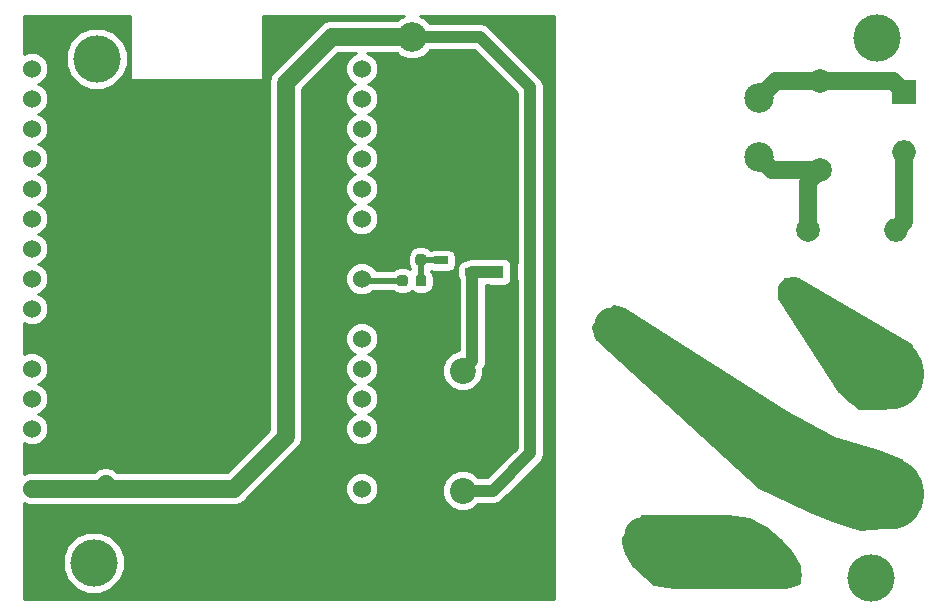
<source format=gbr>
G04 #@! TF.GenerationSoftware,KiCad,Pcbnew,5.0.0-fee4fd1~66~ubuntu16.04.1*
G04 #@! TF.CreationDate,2018-12-09T19:38:54+07:00*
G04 #@! TF.ProjectId,master_circuit,6D61737465725F636972637569742E6B,rev?*
G04 #@! TF.SameCoordinates,Original*
G04 #@! TF.FileFunction,Copper,L1,Top,Signal*
G04 #@! TF.FilePolarity,Positive*
%FSLAX46Y46*%
G04 Gerber Fmt 4.6, Leading zero omitted, Abs format (unit mm)*
G04 Created by KiCad (PCBNEW 5.0.0-fee4fd1~66~ubuntu16.04.1) date Sun Dec  9 19:38:54 2018*
%MOMM*%
%LPD*%
G01*
G04 APERTURE LIST*
G04 #@! TA.AperFunction,ComponentPad*
%ADD10C,4.000000*%
G04 #@! TD*
G04 #@! TA.AperFunction,ComponentPad*
%ADD11C,2.000000*%
G04 #@! TD*
G04 #@! TA.AperFunction,ComponentPad*
%ADD12O,2.000000X2.000000*%
G04 #@! TD*
G04 #@! TA.AperFunction,ComponentPad*
%ADD13R,2.000000X2.000000*%
G04 #@! TD*
G04 #@! TA.AperFunction,Conductor*
%ADD14C,0.100000*%
G04 #@! TD*
G04 #@! TA.AperFunction,SMDPad,CuDef*
%ADD15C,0.975000*%
G04 #@! TD*
G04 #@! TA.AperFunction,SMDPad,CuDef*
%ADD16R,1.100000X1.100000*%
G04 #@! TD*
G04 #@! TA.AperFunction,ComponentPad*
%ADD17O,7.500000X6.000000*%
G04 #@! TD*
G04 #@! TA.AperFunction,ComponentPad*
%ADD18C,2.200000*%
G04 #@! TD*
G04 #@! TA.AperFunction,ComponentPad*
%ADD19C,3.200000*%
G04 #@! TD*
G04 #@! TA.AperFunction,SMDPad,CuDef*
%ADD20C,0.875000*%
G04 #@! TD*
G04 #@! TA.AperFunction,ComponentPad*
%ADD21C,1.524000*%
G04 #@! TD*
G04 #@! TA.AperFunction,ComponentPad*
%ADD22C,2.500000*%
G04 #@! TD*
G04 #@! TA.AperFunction,SMDPad,CuDef*
%ADD23R,1.220000X0.650000*%
G04 #@! TD*
G04 #@! TA.AperFunction,SMDPad,CuDef*
%ADD24C,1.350000*%
G04 #@! TD*
G04 #@! TA.AperFunction,Conductor*
%ADD25C,1.000000*%
G04 #@! TD*
G04 #@! TA.AperFunction,Conductor*
%ADD26C,1.500000*%
G04 #@! TD*
G04 #@! TA.AperFunction,Conductor*
%ADD27C,0.500000*%
G04 #@! TD*
G04 #@! TA.AperFunction,Conductor*
%ADD28C,0.254000*%
G04 #@! TD*
G04 APERTURE END LIST*
D10*
G04 #@! TO.P,REF\002A\002A,1*
G04 #@! TO.N,N/C*
X113538000Y-98298000D03*
G04 #@! TD*
G04 #@! TO.P,REF\002A\002A,1*
G04 #@! TO.N,N/C*
X113284000Y-140970000D03*
G04 #@! TD*
G04 #@! TO.P,REF\002A\002A,1*
G04 #@! TO.N,N/C*
X179070000Y-142240000D03*
G04 #@! TD*
G04 #@! TO.P,REF\002A\002A,1*
G04 #@! TO.N,N/C*
X179578000Y-96520000D03*
G04 #@! TD*
D11*
G04 #@! TO.P,F2,1*
G04 #@! TO.N,Net-(F2-Pad1)*
X173736000Y-112776000D03*
D12*
G04 #@! TO.P,F2,2*
G04 #@! TO.N,Net-(F2-Pad2)*
X181236000Y-112776000D03*
G04 #@! TD*
D13*
G04 #@! TO.P,J3,1*
G04 #@! TO.N,Net-(J3-Pad1)*
X181864000Y-101092000D03*
D12*
G04 #@! TO.P,J3,2*
G04 #@! TO.N,Net-(F2-Pad2)*
X181864000Y-106172000D03*
G04 #@! TD*
D11*
G04 #@! TO.P,F1,1*
G04 #@! TO.N,Net-(F1-Pad1)*
X172212000Y-117856000D03*
G04 #@! TO.P,F1,2*
G04 #@! TO.N,Net-(F1-Pad2)*
X172212000Y-141986000D03*
G04 #@! TD*
D14*
G04 #@! TO.N,GND*
G04 #@! TO.C,C2*
G36*
X114780142Y-131926174D02*
X114803803Y-131929684D01*
X114827007Y-131935496D01*
X114849529Y-131943554D01*
X114871153Y-131953782D01*
X114891670Y-131966079D01*
X114910883Y-131980329D01*
X114928607Y-131996393D01*
X114944671Y-132014117D01*
X114958921Y-132033330D01*
X114971218Y-132053847D01*
X114981446Y-132075471D01*
X114989504Y-132097993D01*
X114995316Y-132121197D01*
X114998826Y-132144858D01*
X115000000Y-132168750D01*
X115000000Y-132656250D01*
X114998826Y-132680142D01*
X114995316Y-132703803D01*
X114989504Y-132727007D01*
X114981446Y-132749529D01*
X114971218Y-132771153D01*
X114958921Y-132791670D01*
X114944671Y-132810883D01*
X114928607Y-132828607D01*
X114910883Y-132844671D01*
X114891670Y-132858921D01*
X114871153Y-132871218D01*
X114849529Y-132881446D01*
X114827007Y-132889504D01*
X114803803Y-132895316D01*
X114780142Y-132898826D01*
X114756250Y-132900000D01*
X113843750Y-132900000D01*
X113819858Y-132898826D01*
X113796197Y-132895316D01*
X113772993Y-132889504D01*
X113750471Y-132881446D01*
X113728847Y-132871218D01*
X113708330Y-132858921D01*
X113689117Y-132844671D01*
X113671393Y-132828607D01*
X113655329Y-132810883D01*
X113641079Y-132791670D01*
X113628782Y-132771153D01*
X113618554Y-132749529D01*
X113610496Y-132727007D01*
X113604684Y-132703803D01*
X113601174Y-132680142D01*
X113600000Y-132656250D01*
X113600000Y-132168750D01*
X113601174Y-132144858D01*
X113604684Y-132121197D01*
X113610496Y-132097993D01*
X113618554Y-132075471D01*
X113628782Y-132053847D01*
X113641079Y-132033330D01*
X113655329Y-132014117D01*
X113671393Y-131996393D01*
X113689117Y-131980329D01*
X113708330Y-131966079D01*
X113728847Y-131953782D01*
X113750471Y-131943554D01*
X113772993Y-131935496D01*
X113796197Y-131929684D01*
X113819858Y-131926174D01*
X113843750Y-131925000D01*
X114756250Y-131925000D01*
X114780142Y-131926174D01*
X114780142Y-131926174D01*
G37*
D15*
G04 #@! TD*
G04 #@! TO.P,C2,2*
G04 #@! TO.N,GND*
X114300000Y-132412500D03*
D14*
G04 #@! TO.N,Vin*
G04 #@! TO.C,C2*
G36*
X114780142Y-133801174D02*
X114803803Y-133804684D01*
X114827007Y-133810496D01*
X114849529Y-133818554D01*
X114871153Y-133828782D01*
X114891670Y-133841079D01*
X114910883Y-133855329D01*
X114928607Y-133871393D01*
X114944671Y-133889117D01*
X114958921Y-133908330D01*
X114971218Y-133928847D01*
X114981446Y-133950471D01*
X114989504Y-133972993D01*
X114995316Y-133996197D01*
X114998826Y-134019858D01*
X115000000Y-134043750D01*
X115000000Y-134531250D01*
X114998826Y-134555142D01*
X114995316Y-134578803D01*
X114989504Y-134602007D01*
X114981446Y-134624529D01*
X114971218Y-134646153D01*
X114958921Y-134666670D01*
X114944671Y-134685883D01*
X114928607Y-134703607D01*
X114910883Y-134719671D01*
X114891670Y-134733921D01*
X114871153Y-134746218D01*
X114849529Y-134756446D01*
X114827007Y-134764504D01*
X114803803Y-134770316D01*
X114780142Y-134773826D01*
X114756250Y-134775000D01*
X113843750Y-134775000D01*
X113819858Y-134773826D01*
X113796197Y-134770316D01*
X113772993Y-134764504D01*
X113750471Y-134756446D01*
X113728847Y-134746218D01*
X113708330Y-134733921D01*
X113689117Y-134719671D01*
X113671393Y-134703607D01*
X113655329Y-134685883D01*
X113641079Y-134666670D01*
X113628782Y-134646153D01*
X113618554Y-134624529D01*
X113610496Y-134602007D01*
X113604684Y-134578803D01*
X113601174Y-134555142D01*
X113600000Y-134531250D01*
X113600000Y-134043750D01*
X113601174Y-134019858D01*
X113604684Y-133996197D01*
X113610496Y-133972993D01*
X113618554Y-133950471D01*
X113628782Y-133928847D01*
X113641079Y-133908330D01*
X113655329Y-133889117D01*
X113671393Y-133871393D01*
X113689117Y-133855329D01*
X113708330Y-133841079D01*
X113728847Y-133828782D01*
X113750471Y-133818554D01*
X113772993Y-133810496D01*
X113796197Y-133804684D01*
X113819858Y-133801174D01*
X113843750Y-133800000D01*
X114756250Y-133800000D01*
X114780142Y-133801174D01*
X114780142Y-133801174D01*
G37*
D15*
G04 #@! TD*
G04 #@! TO.P,C2,1*
G04 #@! TO.N,Vin*
X114300000Y-134287500D03*
D16*
G04 #@! TO.P,D1,1*
G04 #@! TO.N,Net-(D1-Pad1)*
X147444000Y-116332000D03*
G04 #@! TO.P,D1,2*
G04 #@! TO.N,Vin*
X150244000Y-116332000D03*
G04 #@! TD*
D17*
G04 #@! TO.P,J1,1*
G04 #@! TO.N,Net-(F1-Pad1)*
X179832000Y-124968000D03*
G04 #@! TD*
G04 #@! TO.P,J2,1*
G04 #@! TO.N,Net-(J2-Pad1)*
X179832000Y-135128000D03*
G04 #@! TD*
D18*
G04 #@! TO.P,K1,1*
G04 #@! TO.N,Vin*
X144526000Y-134874000D03*
G04 #@! TO.P,K1,5*
G04 #@! TO.N,Net-(D1-Pad1)*
X144526000Y-124714000D03*
D19*
G04 #@! TO.P,K1,2*
G04 #@! TO.N,Net-(F1-Pad2)*
X159766000Y-138684000D03*
G04 #@! TO.P,K1,3*
G04 #@! TO.N,Net-(J2-Pad1)*
X157226000Y-120904000D03*
G04 #@! TD*
D14*
G04 #@! TO.N,Net-(Q1-Pad1)*
G04 #@! TO.C,R1*
G36*
X141235691Y-116620053D02*
X141256926Y-116623203D01*
X141277750Y-116628419D01*
X141297962Y-116635651D01*
X141317368Y-116644830D01*
X141335781Y-116655866D01*
X141353024Y-116668654D01*
X141368930Y-116683070D01*
X141383346Y-116698976D01*
X141396134Y-116716219D01*
X141407170Y-116734632D01*
X141416349Y-116754038D01*
X141423581Y-116774250D01*
X141428797Y-116795074D01*
X141431947Y-116816309D01*
X141433000Y-116837750D01*
X141433000Y-117350250D01*
X141431947Y-117371691D01*
X141428797Y-117392926D01*
X141423581Y-117413750D01*
X141416349Y-117433962D01*
X141407170Y-117453368D01*
X141396134Y-117471781D01*
X141383346Y-117489024D01*
X141368930Y-117504930D01*
X141353024Y-117519346D01*
X141335781Y-117532134D01*
X141317368Y-117543170D01*
X141297962Y-117552349D01*
X141277750Y-117559581D01*
X141256926Y-117564797D01*
X141235691Y-117567947D01*
X141214250Y-117569000D01*
X140776750Y-117569000D01*
X140755309Y-117567947D01*
X140734074Y-117564797D01*
X140713250Y-117559581D01*
X140693038Y-117552349D01*
X140673632Y-117543170D01*
X140655219Y-117532134D01*
X140637976Y-117519346D01*
X140622070Y-117504930D01*
X140607654Y-117489024D01*
X140594866Y-117471781D01*
X140583830Y-117453368D01*
X140574651Y-117433962D01*
X140567419Y-117413750D01*
X140562203Y-117392926D01*
X140559053Y-117371691D01*
X140558000Y-117350250D01*
X140558000Y-116837750D01*
X140559053Y-116816309D01*
X140562203Y-116795074D01*
X140567419Y-116774250D01*
X140574651Y-116754038D01*
X140583830Y-116734632D01*
X140594866Y-116716219D01*
X140607654Y-116698976D01*
X140622070Y-116683070D01*
X140637976Y-116668654D01*
X140655219Y-116655866D01*
X140673632Y-116644830D01*
X140693038Y-116635651D01*
X140713250Y-116628419D01*
X140734074Y-116623203D01*
X140755309Y-116620053D01*
X140776750Y-116619000D01*
X141214250Y-116619000D01*
X141235691Y-116620053D01*
X141235691Y-116620053D01*
G37*
D20*
G04 #@! TD*
G04 #@! TO.P,R1,1*
G04 #@! TO.N,Net-(Q1-Pad1)*
X140995500Y-117094000D03*
D14*
G04 #@! TO.N,IO14*
G04 #@! TO.C,R1*
G36*
X139660691Y-116620053D02*
X139681926Y-116623203D01*
X139702750Y-116628419D01*
X139722962Y-116635651D01*
X139742368Y-116644830D01*
X139760781Y-116655866D01*
X139778024Y-116668654D01*
X139793930Y-116683070D01*
X139808346Y-116698976D01*
X139821134Y-116716219D01*
X139832170Y-116734632D01*
X139841349Y-116754038D01*
X139848581Y-116774250D01*
X139853797Y-116795074D01*
X139856947Y-116816309D01*
X139858000Y-116837750D01*
X139858000Y-117350250D01*
X139856947Y-117371691D01*
X139853797Y-117392926D01*
X139848581Y-117413750D01*
X139841349Y-117433962D01*
X139832170Y-117453368D01*
X139821134Y-117471781D01*
X139808346Y-117489024D01*
X139793930Y-117504930D01*
X139778024Y-117519346D01*
X139760781Y-117532134D01*
X139742368Y-117543170D01*
X139722962Y-117552349D01*
X139702750Y-117559581D01*
X139681926Y-117564797D01*
X139660691Y-117567947D01*
X139639250Y-117569000D01*
X139201750Y-117569000D01*
X139180309Y-117567947D01*
X139159074Y-117564797D01*
X139138250Y-117559581D01*
X139118038Y-117552349D01*
X139098632Y-117543170D01*
X139080219Y-117532134D01*
X139062976Y-117519346D01*
X139047070Y-117504930D01*
X139032654Y-117489024D01*
X139019866Y-117471781D01*
X139008830Y-117453368D01*
X138999651Y-117433962D01*
X138992419Y-117413750D01*
X138987203Y-117392926D01*
X138984053Y-117371691D01*
X138983000Y-117350250D01*
X138983000Y-116837750D01*
X138984053Y-116816309D01*
X138987203Y-116795074D01*
X138992419Y-116774250D01*
X138999651Y-116754038D01*
X139008830Y-116734632D01*
X139019866Y-116716219D01*
X139032654Y-116698976D01*
X139047070Y-116683070D01*
X139062976Y-116668654D01*
X139080219Y-116655866D01*
X139098632Y-116644830D01*
X139118038Y-116635651D01*
X139138250Y-116628419D01*
X139159074Y-116623203D01*
X139180309Y-116620053D01*
X139201750Y-116619000D01*
X139639250Y-116619000D01*
X139660691Y-116620053D01*
X139660691Y-116620053D01*
G37*
D20*
G04 #@! TD*
G04 #@! TO.P,R1,2*
G04 #@! TO.N,IO14*
X139420500Y-117094000D03*
D21*
G04 #@! TO.P,U1,1*
G04 #@! TO.N,N/C*
X108025001Y-99135001D03*
G04 #@! TO.P,U1,2*
X108025001Y-101675001D03*
G04 #@! TO.P,U1,3*
X108025001Y-104215001D03*
G04 #@! TO.P,U1,4*
X108025001Y-106755001D03*
G04 #@! TO.P,U1,5*
X108025001Y-109295001D03*
G04 #@! TO.P,U1,6*
X108025001Y-111835001D03*
G04 #@! TO.P,U1,7*
X108025001Y-114375001D03*
G04 #@! TO.P,U1,8*
X108025001Y-116915001D03*
G04 #@! TO.P,U1,9*
X108025001Y-119455001D03*
G04 #@! TO.P,U1,10*
G04 #@! TO.N,GND*
X108025001Y-121995001D03*
G04 #@! TO.P,U1,11*
G04 #@! TO.N,N/C*
X108025001Y-124535001D03*
G04 #@! TO.P,U1,12*
X108025001Y-127075001D03*
G04 #@! TO.P,U1,13*
X108025001Y-129615001D03*
G04 #@! TO.P,U1,14*
G04 #@! TO.N,GND*
X108025001Y-132155001D03*
G04 #@! TO.P,U1,15*
G04 #@! TO.N,Vin*
X108025001Y-134695001D03*
G04 #@! TO.P,U1,16*
G04 #@! TO.N,N/C*
X135965001Y-134695001D03*
G04 #@! TO.P,U1,17*
G04 #@! TO.N,GND*
X135965001Y-132155001D03*
G04 #@! TO.P,U1,18*
G04 #@! TO.N,N/C*
X135965001Y-129615001D03*
G04 #@! TO.P,U1,19*
X135965001Y-127075001D03*
G04 #@! TO.P,U1,20*
X135965001Y-124535001D03*
G04 #@! TO.P,U1,21*
X135965001Y-121995001D03*
G04 #@! TO.P,U1,22*
G04 #@! TO.N,GND*
X135965001Y-119455001D03*
G04 #@! TO.P,U1,23*
G04 #@! TO.N,IO14*
X135965001Y-116915001D03*
G04 #@! TO.P,U1,24*
G04 #@! TO.N,GND*
X135965001Y-114375001D03*
G04 #@! TO.P,U1,25*
G04 #@! TO.N,N/C*
X135965001Y-111835001D03*
G04 #@! TO.P,U1,26*
X135965001Y-109295001D03*
G04 #@! TO.P,U1,27*
X135965001Y-106755001D03*
G04 #@! TO.P,U1,28*
X135965001Y-104215001D03*
G04 #@! TO.P,U1,29*
X135965001Y-101675001D03*
G04 #@! TO.P,U1,30*
X135965001Y-99135001D03*
G04 #@! TD*
D22*
G04 #@! TO.P,U2,1*
G04 #@! TO.N,Net-(F2-Pad1)*
X169640000Y-106640000D03*
G04 #@! TO.P,U2,2*
G04 #@! TO.N,Net-(J3-Pad1)*
X169640000Y-101640000D03*
G04 #@! TO.P,U2,3*
G04 #@! TO.N,GND*
X140240000Y-111840000D03*
G04 #@! TO.P,U2,4*
G04 #@! TO.N,Vin*
X140240000Y-96440000D03*
G04 #@! TD*
D14*
G04 #@! TO.N,GND*
G04 #@! TO.C,R2*
G36*
X139635191Y-114842053D02*
X139656426Y-114845203D01*
X139677250Y-114850419D01*
X139697462Y-114857651D01*
X139716868Y-114866830D01*
X139735281Y-114877866D01*
X139752524Y-114890654D01*
X139768430Y-114905070D01*
X139782846Y-114920976D01*
X139795634Y-114938219D01*
X139806670Y-114956632D01*
X139815849Y-114976038D01*
X139823081Y-114996250D01*
X139828297Y-115017074D01*
X139831447Y-115038309D01*
X139832500Y-115059750D01*
X139832500Y-115572250D01*
X139831447Y-115593691D01*
X139828297Y-115614926D01*
X139823081Y-115635750D01*
X139815849Y-115655962D01*
X139806670Y-115675368D01*
X139795634Y-115693781D01*
X139782846Y-115711024D01*
X139768430Y-115726930D01*
X139752524Y-115741346D01*
X139735281Y-115754134D01*
X139716868Y-115765170D01*
X139697462Y-115774349D01*
X139677250Y-115781581D01*
X139656426Y-115786797D01*
X139635191Y-115789947D01*
X139613750Y-115791000D01*
X139176250Y-115791000D01*
X139154809Y-115789947D01*
X139133574Y-115786797D01*
X139112750Y-115781581D01*
X139092538Y-115774349D01*
X139073132Y-115765170D01*
X139054719Y-115754134D01*
X139037476Y-115741346D01*
X139021570Y-115726930D01*
X139007154Y-115711024D01*
X138994366Y-115693781D01*
X138983330Y-115675368D01*
X138974151Y-115655962D01*
X138966919Y-115635750D01*
X138961703Y-115614926D01*
X138958553Y-115593691D01*
X138957500Y-115572250D01*
X138957500Y-115059750D01*
X138958553Y-115038309D01*
X138961703Y-115017074D01*
X138966919Y-114996250D01*
X138974151Y-114976038D01*
X138983330Y-114956632D01*
X138994366Y-114938219D01*
X139007154Y-114920976D01*
X139021570Y-114905070D01*
X139037476Y-114890654D01*
X139054719Y-114877866D01*
X139073132Y-114866830D01*
X139092538Y-114857651D01*
X139112750Y-114850419D01*
X139133574Y-114845203D01*
X139154809Y-114842053D01*
X139176250Y-114841000D01*
X139613750Y-114841000D01*
X139635191Y-114842053D01*
X139635191Y-114842053D01*
G37*
D20*
G04 #@! TD*
G04 #@! TO.P,R2,1*
G04 #@! TO.N,GND*
X139395000Y-115316000D03*
D14*
G04 #@! TO.N,Net-(Q1-Pad1)*
G04 #@! TO.C,R2*
G36*
X141210191Y-114842053D02*
X141231426Y-114845203D01*
X141252250Y-114850419D01*
X141272462Y-114857651D01*
X141291868Y-114866830D01*
X141310281Y-114877866D01*
X141327524Y-114890654D01*
X141343430Y-114905070D01*
X141357846Y-114920976D01*
X141370634Y-114938219D01*
X141381670Y-114956632D01*
X141390849Y-114976038D01*
X141398081Y-114996250D01*
X141403297Y-115017074D01*
X141406447Y-115038309D01*
X141407500Y-115059750D01*
X141407500Y-115572250D01*
X141406447Y-115593691D01*
X141403297Y-115614926D01*
X141398081Y-115635750D01*
X141390849Y-115655962D01*
X141381670Y-115675368D01*
X141370634Y-115693781D01*
X141357846Y-115711024D01*
X141343430Y-115726930D01*
X141327524Y-115741346D01*
X141310281Y-115754134D01*
X141291868Y-115765170D01*
X141272462Y-115774349D01*
X141252250Y-115781581D01*
X141231426Y-115786797D01*
X141210191Y-115789947D01*
X141188750Y-115791000D01*
X140751250Y-115791000D01*
X140729809Y-115789947D01*
X140708574Y-115786797D01*
X140687750Y-115781581D01*
X140667538Y-115774349D01*
X140648132Y-115765170D01*
X140629719Y-115754134D01*
X140612476Y-115741346D01*
X140596570Y-115726930D01*
X140582154Y-115711024D01*
X140569366Y-115693781D01*
X140558330Y-115675368D01*
X140549151Y-115655962D01*
X140541919Y-115635750D01*
X140536703Y-115614926D01*
X140533553Y-115593691D01*
X140532500Y-115572250D01*
X140532500Y-115059750D01*
X140533553Y-115038309D01*
X140536703Y-115017074D01*
X140541919Y-114996250D01*
X140549151Y-114976038D01*
X140558330Y-114956632D01*
X140569366Y-114938219D01*
X140582154Y-114920976D01*
X140596570Y-114905070D01*
X140612476Y-114890654D01*
X140629719Y-114877866D01*
X140648132Y-114866830D01*
X140667538Y-114857651D01*
X140687750Y-114850419D01*
X140708574Y-114845203D01*
X140729809Y-114842053D01*
X140751250Y-114841000D01*
X141188750Y-114841000D01*
X141210191Y-114842053D01*
X141210191Y-114842053D01*
G37*
D20*
G04 #@! TD*
G04 #@! TO.P,R2,2*
G04 #@! TO.N,Net-(Q1-Pad1)*
X140970000Y-115316000D03*
D11*
G04 #@! TO.P,RV1,1*
G04 #@! TO.N,Net-(F2-Pad1)*
X174752000Y-107696000D03*
G04 #@! TO.P,RV1,2*
G04 #@! TO.N,Net-(J3-Pad1)*
X174752000Y-100196000D03*
G04 #@! TD*
D23*
G04 #@! TO.P,Q1,1*
G04 #@! TO.N,Net-(Q1-Pad1)*
X142708000Y-115382000D03*
G04 #@! TO.P,Q1,2*
G04 #@! TO.N,GND*
X142708000Y-117282000D03*
G04 #@! TO.P,Q1,3*
G04 #@! TO.N,Net-(D1-Pad1)*
X145328000Y-116332000D03*
G04 #@! TD*
D14*
G04 #@! TO.N,Vin*
G04 #@! TO.C,C1*
G36*
X112209505Y-134001204D02*
X112233773Y-134004804D01*
X112257572Y-134010765D01*
X112280671Y-134019030D01*
X112302850Y-134029520D01*
X112323893Y-134042132D01*
X112343599Y-134056747D01*
X112361777Y-134073223D01*
X112378253Y-134091401D01*
X112392868Y-134111107D01*
X112405480Y-134132150D01*
X112415970Y-134154329D01*
X112424235Y-134177428D01*
X112430196Y-134201227D01*
X112433796Y-134225495D01*
X112435000Y-134249999D01*
X112435000Y-135150001D01*
X112433796Y-135174505D01*
X112430196Y-135198773D01*
X112424235Y-135222572D01*
X112415970Y-135245671D01*
X112405480Y-135267850D01*
X112392868Y-135288893D01*
X112378253Y-135308599D01*
X112361777Y-135326777D01*
X112343599Y-135343253D01*
X112323893Y-135357868D01*
X112302850Y-135370480D01*
X112280671Y-135380970D01*
X112257572Y-135389235D01*
X112233773Y-135395196D01*
X112209505Y-135398796D01*
X112185001Y-135400000D01*
X111334999Y-135400000D01*
X111310495Y-135398796D01*
X111286227Y-135395196D01*
X111262428Y-135389235D01*
X111239329Y-135380970D01*
X111217150Y-135370480D01*
X111196107Y-135357868D01*
X111176401Y-135343253D01*
X111158223Y-135326777D01*
X111141747Y-135308599D01*
X111127132Y-135288893D01*
X111114520Y-135267850D01*
X111104030Y-135245671D01*
X111095765Y-135222572D01*
X111089804Y-135198773D01*
X111086204Y-135174505D01*
X111085000Y-135150001D01*
X111085000Y-134249999D01*
X111086204Y-134225495D01*
X111089804Y-134201227D01*
X111095765Y-134177428D01*
X111104030Y-134154329D01*
X111114520Y-134132150D01*
X111127132Y-134111107D01*
X111141747Y-134091401D01*
X111158223Y-134073223D01*
X111176401Y-134056747D01*
X111196107Y-134042132D01*
X111217150Y-134029520D01*
X111239329Y-134019030D01*
X111262428Y-134010765D01*
X111286227Y-134004804D01*
X111310495Y-134001204D01*
X111334999Y-134000000D01*
X112185001Y-134000000D01*
X112209505Y-134001204D01*
X112209505Y-134001204D01*
G37*
D24*
G04 #@! TD*
G04 #@! TO.P,C1,1*
G04 #@! TO.N,Vin*
X111760000Y-134700000D03*
D14*
G04 #@! TO.N,GND*
G04 #@! TO.C,C1*
G36*
X112209505Y-131301204D02*
X112233773Y-131304804D01*
X112257572Y-131310765D01*
X112280671Y-131319030D01*
X112302850Y-131329520D01*
X112323893Y-131342132D01*
X112343599Y-131356747D01*
X112361777Y-131373223D01*
X112378253Y-131391401D01*
X112392868Y-131411107D01*
X112405480Y-131432150D01*
X112415970Y-131454329D01*
X112424235Y-131477428D01*
X112430196Y-131501227D01*
X112433796Y-131525495D01*
X112435000Y-131549999D01*
X112435000Y-132450001D01*
X112433796Y-132474505D01*
X112430196Y-132498773D01*
X112424235Y-132522572D01*
X112415970Y-132545671D01*
X112405480Y-132567850D01*
X112392868Y-132588893D01*
X112378253Y-132608599D01*
X112361777Y-132626777D01*
X112343599Y-132643253D01*
X112323893Y-132657868D01*
X112302850Y-132670480D01*
X112280671Y-132680970D01*
X112257572Y-132689235D01*
X112233773Y-132695196D01*
X112209505Y-132698796D01*
X112185001Y-132700000D01*
X111334999Y-132700000D01*
X111310495Y-132698796D01*
X111286227Y-132695196D01*
X111262428Y-132689235D01*
X111239329Y-132680970D01*
X111217150Y-132670480D01*
X111196107Y-132657868D01*
X111176401Y-132643253D01*
X111158223Y-132626777D01*
X111141747Y-132608599D01*
X111127132Y-132588893D01*
X111114520Y-132567850D01*
X111104030Y-132545671D01*
X111095765Y-132522572D01*
X111089804Y-132498773D01*
X111086204Y-132474505D01*
X111085000Y-132450001D01*
X111085000Y-131549999D01*
X111086204Y-131525495D01*
X111089804Y-131501227D01*
X111095765Y-131477428D01*
X111104030Y-131454329D01*
X111114520Y-131432150D01*
X111127132Y-131411107D01*
X111141747Y-131391401D01*
X111158223Y-131373223D01*
X111176401Y-131356747D01*
X111196107Y-131342132D01*
X111217150Y-131329520D01*
X111239329Y-131319030D01*
X111262428Y-131310765D01*
X111286227Y-131304804D01*
X111310495Y-131301204D01*
X111334999Y-131300000D01*
X112185001Y-131300000D01*
X112209505Y-131301204D01*
X112209505Y-131301204D01*
G37*
D24*
G04 #@! TD*
G04 #@! TO.P,C1,2*
G04 #@! TO.N,GND*
X111760000Y-132000000D03*
D25*
G04 #@! TO.N,Vin*
X150244000Y-100714000D02*
X150244000Y-116332000D01*
X145970000Y-96440000D02*
X150244000Y-100714000D01*
X140240000Y-96440000D02*
X145970000Y-96440000D01*
X147066000Y-134874000D02*
X144526000Y-134874000D01*
X150244000Y-131696000D02*
X147066000Y-134874000D01*
X150244000Y-116332000D02*
X150244000Y-131696000D01*
D26*
X108030000Y-134700000D02*
X108025001Y-134695001D01*
X111760000Y-134700000D02*
X108030000Y-134700000D01*
X113887500Y-134700000D02*
X114300000Y-134287500D01*
X111760000Y-134700000D02*
X113887500Y-134700000D01*
X140240000Y-96440000D02*
X133430000Y-96440000D01*
X133430000Y-96440000D02*
X129540000Y-100330000D01*
X129540000Y-100330000D02*
X129540000Y-130302000D01*
X125142000Y-134700000D02*
X111760000Y-134700000D01*
X129540000Y-130302000D02*
X125142000Y-134700000D01*
D27*
G04 #@! TO.N,GND*
X135965001Y-114375001D02*
X138454001Y-114375001D01*
X138684000Y-113396000D02*
X138684000Y-114605000D01*
X138684000Y-114605000D02*
X139395000Y-115316000D01*
X140240000Y-111840000D02*
X138684000Y-113396000D01*
X138454001Y-114375001D02*
X138684000Y-114605000D01*
D25*
X134695001Y-119455001D02*
X135965001Y-119455001D01*
X135965001Y-114375001D02*
X134887371Y-114375001D01*
X134887371Y-114375001D02*
X133350000Y-115912372D01*
X133350000Y-115912372D02*
X133350000Y-118110000D01*
X133350000Y-118110000D02*
X134695001Y-119455001D01*
X135890000Y-132080000D02*
X135965001Y-132155001D01*
X133858000Y-132080000D02*
X135890000Y-132080000D01*
X133350000Y-131572000D02*
X133858000Y-132080000D01*
X133350000Y-118110000D02*
X133350000Y-131572000D01*
X108180002Y-132000000D02*
X108025001Y-132155001D01*
X111760000Y-132000000D02*
X108180002Y-132000000D01*
X113887500Y-132000000D02*
X114300000Y-132412500D01*
X111760000Y-132000000D02*
X113887500Y-132000000D01*
D27*
X137042631Y-119455001D02*
X135965001Y-119455001D01*
X142164999Y-119455001D02*
X137042631Y-119455001D01*
X142708000Y-118912000D02*
X142164999Y-119455001D01*
X142708000Y-117282000D02*
X142708000Y-118912000D01*
X111760000Y-123698000D02*
X111760000Y-132000000D01*
X110057001Y-121995001D02*
X111760000Y-123698000D01*
X108025001Y-121995001D02*
X110057001Y-121995001D01*
D25*
G04 #@! TO.N,Net-(D1-Pad1)*
X147444000Y-116332000D02*
X145328000Y-116332000D01*
X145328000Y-123912000D02*
X144526000Y-124714000D01*
X145328000Y-116332000D02*
X145328000Y-123912000D01*
D26*
G04 #@! TO.N,Net-(F1-Pad1)*
X173228000Y-117856000D02*
X180340000Y-124968000D01*
X172212000Y-117856000D02*
X173228000Y-117856000D01*
G04 #@! TO.N,Net-(F1-Pad2)*
X168910000Y-138684000D02*
X172212000Y-141986000D01*
X159766000Y-138684000D02*
X168910000Y-138684000D01*
G04 #@! TO.N,Net-(F2-Pad1)*
X170696000Y-107696000D02*
X169640000Y-106640000D01*
X174752000Y-107696000D02*
X170696000Y-107696000D01*
X173736000Y-108712000D02*
X174752000Y-107696000D01*
X173736000Y-112776000D02*
X173736000Y-108712000D01*
G04 #@! TO.N,Net-(F2-Pad2)*
X181864000Y-112148000D02*
X181236000Y-112776000D01*
X181864000Y-106172000D02*
X181864000Y-112148000D01*
G04 #@! TO.N,Net-(J2-Pad1)*
X178308000Y-133096000D02*
X180340000Y-135128000D01*
X170180000Y-133096000D02*
X178308000Y-133096000D01*
X157988000Y-120904000D02*
X170180000Y-133096000D01*
X157226000Y-120904000D02*
X157988000Y-120904000D01*
G04 #@! TO.N,Net-(J3-Pad1)*
X180968000Y-100196000D02*
X181864000Y-101092000D01*
X174752000Y-100196000D02*
X180968000Y-100196000D01*
X171084000Y-100196000D02*
X169640000Y-101640000D01*
X174752000Y-100196000D02*
X171084000Y-100196000D01*
D27*
G04 #@! TO.N,Net-(Q1-Pad1)*
X141036000Y-115382000D02*
X140970000Y-115316000D01*
X142708000Y-115382000D02*
X141036000Y-115382000D01*
X140995500Y-115341500D02*
X140970000Y-115316000D01*
X140995500Y-117094000D02*
X140995500Y-115341500D01*
G04 #@! TO.N,IO14*
X136144000Y-117094000D02*
X135965001Y-116915001D01*
X139420500Y-117094000D02*
X136144000Y-117094000D01*
G04 #@! TD*
D28*
G04 #@! TO.N,Net-(F1-Pad1)*
G36*
X172921566Y-116956392D02*
X182514118Y-122509975D01*
X183004209Y-124715380D01*
X182515920Y-127156823D01*
X180319390Y-127889000D01*
X178100981Y-127889000D01*
X176372691Y-126407608D01*
X171323000Y-118580587D01*
X171323000Y-117640452D01*
X171778172Y-116957694D01*
X172581282Y-116842964D01*
X172921566Y-116956392D01*
X172921566Y-116956392D01*
G37*
X172921566Y-116956392D02*
X182514118Y-122509975D01*
X183004209Y-124715380D01*
X182515920Y-127156823D01*
X180319390Y-127889000D01*
X178100981Y-127889000D01*
X176372691Y-126407608D01*
X171323000Y-118580587D01*
X171323000Y-117640452D01*
X171778172Y-116957694D01*
X172581282Y-116842964D01*
X172921566Y-116956392D01*
G04 #@! TO.N,Net-(F1-Pad2)*
G36*
X168744640Y-137282810D02*
X170235180Y-138028080D01*
X171362827Y-139030433D01*
X172361626Y-140029232D01*
X172974000Y-141253980D01*
X172974000Y-142656463D01*
X171937390Y-143002000D01*
X162442029Y-143002000D01*
X160709572Y-142754506D01*
X159852354Y-142019748D01*
X158977029Y-141144423D01*
X158359192Y-140155884D01*
X158115000Y-139301211D01*
X158115000Y-138858376D01*
X159696992Y-137033000D01*
X166995971Y-137033000D01*
X168744640Y-137282810D01*
X168744640Y-137282810D01*
G37*
X168744640Y-137282810D02*
X170235180Y-138028080D01*
X171362827Y-139030433D01*
X172361626Y-140029232D01*
X172974000Y-141253980D01*
X172974000Y-142656463D01*
X171937390Y-143002000D01*
X162442029Y-143002000D01*
X160709572Y-142754506D01*
X159852354Y-142019748D01*
X158977029Y-141144423D01*
X158359192Y-140155884D01*
X158115000Y-139301211D01*
X158115000Y-138858376D01*
X159696992Y-137033000D01*
X166995971Y-137033000D01*
X168744640Y-137282810D01*
G04 #@! TO.N,Net-(J2-Pad1)*
G36*
X158175361Y-119456294D02*
X171875718Y-128209300D01*
X171884510Y-128214434D01*
X175948510Y-130373434D01*
X175970450Y-130382571D01*
X179649935Y-131524480D01*
X181642592Y-132271726D01*
X183241118Y-134485071D01*
X183000702Y-136167989D01*
X181160645Y-137885375D01*
X178181480Y-138133639D01*
X175796864Y-137380603D01*
X173899749Y-136621757D01*
X169602685Y-134599609D01*
X155802051Y-121938477D01*
X155570060Y-121010511D01*
X155912926Y-120439067D01*
X157368791Y-119225846D01*
X158175361Y-119456294D01*
X158175361Y-119456294D01*
G37*
X158175361Y-119456294D02*
X171875718Y-128209300D01*
X171884510Y-128214434D01*
X175948510Y-130373434D01*
X175970450Y-130382571D01*
X179649935Y-131524480D01*
X181642592Y-132271726D01*
X183241118Y-134485071D01*
X183000702Y-136167989D01*
X181160645Y-137885375D01*
X178181480Y-138133639D01*
X175796864Y-137380603D01*
X173899749Y-136621757D01*
X169602685Y-134599609D01*
X155802051Y-121938477D01*
X155570060Y-121010511D01*
X155912926Y-120439067D01*
X157368791Y-119225846D01*
X158175361Y-119456294D01*
G04 #@! TO.N,GND*
G36*
X152273000Y-144070000D02*
X107390000Y-144070000D01*
X107390000Y-140445866D01*
X110649000Y-140445866D01*
X110649000Y-141494134D01*
X111050155Y-142462608D01*
X111791392Y-143203845D01*
X112759866Y-143605000D01*
X113808134Y-143605000D01*
X114776608Y-143203845D01*
X115517845Y-142462608D01*
X115919000Y-141494134D01*
X115919000Y-140445866D01*
X115517845Y-139477392D01*
X114776608Y-138736155D01*
X113808134Y-138335000D01*
X112759866Y-138335000D01*
X111791392Y-138736155D01*
X111050155Y-139477392D01*
X110649000Y-140445866D01*
X107390000Y-140445866D01*
X107390000Y-135944077D01*
X107413574Y-135953842D01*
X107489600Y-136004641D01*
X107579279Y-136022479D01*
X107747120Y-136092001D01*
X107928790Y-136092001D01*
X108030000Y-136112133D01*
X108131211Y-136092001D01*
X108302882Y-136092001D01*
X108319784Y-136085000D01*
X113751093Y-136085000D01*
X113887500Y-136112133D01*
X114023907Y-136085000D01*
X125005593Y-136085000D01*
X125142000Y-136112133D01*
X125278407Y-136085000D01*
X125682400Y-136004641D01*
X126140529Y-135698529D01*
X126217799Y-135582886D01*
X127383565Y-134417120D01*
X134568001Y-134417120D01*
X134568001Y-134972882D01*
X134780681Y-135486338D01*
X135173664Y-135879321D01*
X135687120Y-136092001D01*
X136242882Y-136092001D01*
X136756338Y-135879321D01*
X137149321Y-135486338D01*
X137362001Y-134972882D01*
X137362001Y-134417120D01*
X137149321Y-133903664D01*
X136756338Y-133510681D01*
X136242882Y-133298001D01*
X135687120Y-133298001D01*
X135173664Y-133510681D01*
X134780681Y-133903664D01*
X134568001Y-134417120D01*
X127383565Y-134417120D01*
X130422888Y-131377798D01*
X130538529Y-131300529D01*
X130844641Y-130842400D01*
X130925000Y-130438407D01*
X130952133Y-130302001D01*
X130925000Y-130165595D01*
X130925000Y-121717120D01*
X134568001Y-121717120D01*
X134568001Y-122272882D01*
X134780681Y-122786338D01*
X135173664Y-123179321D01*
X135380514Y-123265001D01*
X135173664Y-123350681D01*
X134780681Y-123743664D01*
X134568001Y-124257120D01*
X134568001Y-124812882D01*
X134780681Y-125326338D01*
X135173664Y-125719321D01*
X135380514Y-125805001D01*
X135173664Y-125890681D01*
X134780681Y-126283664D01*
X134568001Y-126797120D01*
X134568001Y-127352882D01*
X134780681Y-127866338D01*
X135173664Y-128259321D01*
X135380514Y-128345001D01*
X135173664Y-128430681D01*
X134780681Y-128823664D01*
X134568001Y-129337120D01*
X134568001Y-129892882D01*
X134780681Y-130406338D01*
X135173664Y-130799321D01*
X135687120Y-131012001D01*
X136242882Y-131012001D01*
X136756338Y-130799321D01*
X137149321Y-130406338D01*
X137362001Y-129892882D01*
X137362001Y-129337120D01*
X137149321Y-128823664D01*
X136756338Y-128430681D01*
X136549488Y-128345001D01*
X136756338Y-128259321D01*
X137149321Y-127866338D01*
X137362001Y-127352882D01*
X137362001Y-126797120D01*
X137149321Y-126283664D01*
X136756338Y-125890681D01*
X136549488Y-125805001D01*
X136756338Y-125719321D01*
X137149321Y-125326338D01*
X137362001Y-124812882D01*
X137362001Y-124368887D01*
X142791000Y-124368887D01*
X142791000Y-125059113D01*
X143055138Y-125696799D01*
X143543201Y-126184862D01*
X144180887Y-126449000D01*
X144871113Y-126449000D01*
X145508799Y-126184862D01*
X145996862Y-125696799D01*
X146261000Y-125059113D01*
X146261000Y-124558612D01*
X146397146Y-124354855D01*
X146463000Y-124023783D01*
X146485235Y-123912001D01*
X146463000Y-123800219D01*
X146463000Y-117467000D01*
X146626544Y-117467000D01*
X146646235Y-117480157D01*
X146894000Y-117529440D01*
X147994000Y-117529440D01*
X148241765Y-117480157D01*
X148451809Y-117339809D01*
X148592157Y-117129765D01*
X148641440Y-116882000D01*
X148641440Y-115782000D01*
X148592157Y-115534235D01*
X148451809Y-115324191D01*
X148241765Y-115183843D01*
X147994000Y-115134560D01*
X146894000Y-115134560D01*
X146646235Y-115183843D01*
X146626544Y-115197000D01*
X145439783Y-115197000D01*
X145328000Y-115174765D01*
X145216217Y-115197000D01*
X144885145Y-115262854D01*
X144740414Y-115359560D01*
X144718000Y-115359560D01*
X144470235Y-115408843D01*
X144260191Y-115549191D01*
X144119843Y-115759235D01*
X144070560Y-116007000D01*
X144070560Y-116657000D01*
X144119843Y-116904765D01*
X144193000Y-117014251D01*
X144193001Y-122979000D01*
X144180887Y-122979000D01*
X143543201Y-123243138D01*
X143055138Y-123731201D01*
X142791000Y-124368887D01*
X137362001Y-124368887D01*
X137362001Y-124257120D01*
X137149321Y-123743664D01*
X136756338Y-123350681D01*
X136549488Y-123265001D01*
X136756338Y-123179321D01*
X137149321Y-122786338D01*
X137362001Y-122272882D01*
X137362001Y-121717120D01*
X137149321Y-121203664D01*
X136756338Y-120810681D01*
X136242882Y-120598001D01*
X135687120Y-120598001D01*
X135173664Y-120810681D01*
X134780681Y-121203664D01*
X134568001Y-121717120D01*
X130925000Y-121717120D01*
X130925000Y-116637120D01*
X134568001Y-116637120D01*
X134568001Y-117192882D01*
X134780681Y-117706338D01*
X135173664Y-118099321D01*
X135687120Y-118312001D01*
X136242882Y-118312001D01*
X136756338Y-118099321D01*
X136876659Y-117979000D01*
X138613597Y-117979000D01*
X138870273Y-118150505D01*
X139201750Y-118216440D01*
X139639250Y-118216440D01*
X139970727Y-118150505D01*
X140208000Y-117991964D01*
X140445273Y-118150505D01*
X140776750Y-118216440D01*
X141214250Y-118216440D01*
X141545727Y-118150505D01*
X141826739Y-117962739D01*
X142014505Y-117681727D01*
X142080440Y-117350250D01*
X142080440Y-116837750D01*
X142014505Y-116506273D01*
X141884705Y-116312013D01*
X142098000Y-116354440D01*
X143318000Y-116354440D01*
X143565765Y-116305157D01*
X143775809Y-116164809D01*
X143916157Y-115954765D01*
X143965440Y-115707000D01*
X143965440Y-115057000D01*
X143916157Y-114809235D01*
X143775809Y-114599191D01*
X143565765Y-114458843D01*
X143318000Y-114409560D01*
X142098000Y-114409560D01*
X141850235Y-114458843D01*
X141821712Y-114477901D01*
X141801239Y-114447261D01*
X141520227Y-114259495D01*
X141188750Y-114193560D01*
X140751250Y-114193560D01*
X140419773Y-114259495D01*
X140138761Y-114447261D01*
X139950995Y-114728273D01*
X139885060Y-115059750D01*
X139885060Y-115572250D01*
X139950995Y-115903727D01*
X140096552Y-116121568D01*
X139970727Y-116037495D01*
X139639250Y-115971560D01*
X139201750Y-115971560D01*
X138870273Y-116037495D01*
X138613597Y-116209000D01*
X137184668Y-116209000D01*
X137149321Y-116123664D01*
X136756338Y-115730681D01*
X136242882Y-115518001D01*
X135687120Y-115518001D01*
X135173664Y-115730681D01*
X134780681Y-116123664D01*
X134568001Y-116637120D01*
X130925000Y-116637120D01*
X130925000Y-100903685D01*
X134003686Y-97825000D01*
X135477085Y-97825000D01*
X135173664Y-97950681D01*
X134780681Y-98343664D01*
X134568001Y-98857120D01*
X134568001Y-99412882D01*
X134780681Y-99926338D01*
X135173664Y-100319321D01*
X135380514Y-100405001D01*
X135173664Y-100490681D01*
X134780681Y-100883664D01*
X134568001Y-101397120D01*
X134568001Y-101952882D01*
X134780681Y-102466338D01*
X135173664Y-102859321D01*
X135380514Y-102945001D01*
X135173664Y-103030681D01*
X134780681Y-103423664D01*
X134568001Y-103937120D01*
X134568001Y-104492882D01*
X134780681Y-105006338D01*
X135173664Y-105399321D01*
X135380514Y-105485001D01*
X135173664Y-105570681D01*
X134780681Y-105963664D01*
X134568001Y-106477120D01*
X134568001Y-107032882D01*
X134780681Y-107546338D01*
X135173664Y-107939321D01*
X135380514Y-108025001D01*
X135173664Y-108110681D01*
X134780681Y-108503664D01*
X134568001Y-109017120D01*
X134568001Y-109572882D01*
X134780681Y-110086338D01*
X135173664Y-110479321D01*
X135380514Y-110565001D01*
X135173664Y-110650681D01*
X134780681Y-111043664D01*
X134568001Y-111557120D01*
X134568001Y-112112882D01*
X134780681Y-112626338D01*
X135173664Y-113019321D01*
X135687120Y-113232001D01*
X136242882Y-113232001D01*
X136756338Y-113019321D01*
X137149321Y-112626338D01*
X137362001Y-112112882D01*
X137362001Y-111557120D01*
X137149321Y-111043664D01*
X136756338Y-110650681D01*
X136549488Y-110565001D01*
X136756338Y-110479321D01*
X137149321Y-110086338D01*
X137362001Y-109572882D01*
X137362001Y-109017120D01*
X137149321Y-108503664D01*
X136756338Y-108110681D01*
X136549488Y-108025001D01*
X136756338Y-107939321D01*
X137149321Y-107546338D01*
X137362001Y-107032882D01*
X137362001Y-106477120D01*
X137149321Y-105963664D01*
X136756338Y-105570681D01*
X136549488Y-105485001D01*
X136756338Y-105399321D01*
X137149321Y-105006338D01*
X137362001Y-104492882D01*
X137362001Y-103937120D01*
X137149321Y-103423664D01*
X136756338Y-103030681D01*
X136549488Y-102945001D01*
X136756338Y-102859321D01*
X137149321Y-102466338D01*
X137362001Y-101952882D01*
X137362001Y-101397120D01*
X137149321Y-100883664D01*
X136756338Y-100490681D01*
X136549488Y-100405001D01*
X136756338Y-100319321D01*
X137149321Y-99926338D01*
X137362001Y-99412882D01*
X137362001Y-98857120D01*
X137149321Y-98343664D01*
X136756338Y-97950681D01*
X136452917Y-97825000D01*
X138959207Y-97825000D01*
X139172233Y-98038026D01*
X139865050Y-98325000D01*
X140614950Y-98325000D01*
X141307767Y-98038026D01*
X141770793Y-97575000D01*
X145499869Y-97575000D01*
X149109000Y-101184132D01*
X149109001Y-115514543D01*
X149095843Y-115534235D01*
X149046560Y-115782000D01*
X149046560Y-116882000D01*
X149095843Y-117129765D01*
X149109000Y-117149456D01*
X149109001Y-131225867D01*
X146595869Y-133739000D01*
X145844661Y-133739000D01*
X145508799Y-133403138D01*
X144871113Y-133139000D01*
X144180887Y-133139000D01*
X143543201Y-133403138D01*
X143055138Y-133891201D01*
X142791000Y-134528887D01*
X142791000Y-135219113D01*
X143055138Y-135856799D01*
X143543201Y-136344862D01*
X144180887Y-136609000D01*
X144871113Y-136609000D01*
X145508799Y-136344862D01*
X145844661Y-136009000D01*
X146954217Y-136009000D01*
X147066000Y-136031235D01*
X147177783Y-136009000D01*
X147508855Y-135943146D01*
X147884289Y-135692289D01*
X147947613Y-135597518D01*
X150967521Y-132577611D01*
X151062289Y-132514289D01*
X151313146Y-132138855D01*
X151379000Y-131807783D01*
X151401235Y-131696000D01*
X151379000Y-131584217D01*
X151379000Y-117149456D01*
X151392157Y-117129765D01*
X151441440Y-116882000D01*
X151441440Y-115782000D01*
X151392157Y-115534235D01*
X151379000Y-115514544D01*
X151379000Y-100825783D01*
X151401235Y-100714000D01*
X151313146Y-100271145D01*
X151261327Y-100193593D01*
X151062289Y-99895711D01*
X150967522Y-99832390D01*
X146851613Y-95716482D01*
X146788289Y-95621711D01*
X146412855Y-95370854D01*
X146081783Y-95305000D01*
X145970000Y-95282765D01*
X145858217Y-95305000D01*
X141770793Y-95305000D01*
X141307767Y-94841974D01*
X140940869Y-94690000D01*
X152273000Y-94690000D01*
X152273000Y-144070000D01*
X152273000Y-144070000D01*
G37*
X152273000Y-144070000D02*
X107390000Y-144070000D01*
X107390000Y-140445866D01*
X110649000Y-140445866D01*
X110649000Y-141494134D01*
X111050155Y-142462608D01*
X111791392Y-143203845D01*
X112759866Y-143605000D01*
X113808134Y-143605000D01*
X114776608Y-143203845D01*
X115517845Y-142462608D01*
X115919000Y-141494134D01*
X115919000Y-140445866D01*
X115517845Y-139477392D01*
X114776608Y-138736155D01*
X113808134Y-138335000D01*
X112759866Y-138335000D01*
X111791392Y-138736155D01*
X111050155Y-139477392D01*
X110649000Y-140445866D01*
X107390000Y-140445866D01*
X107390000Y-135944077D01*
X107413574Y-135953842D01*
X107489600Y-136004641D01*
X107579279Y-136022479D01*
X107747120Y-136092001D01*
X107928790Y-136092001D01*
X108030000Y-136112133D01*
X108131211Y-136092001D01*
X108302882Y-136092001D01*
X108319784Y-136085000D01*
X113751093Y-136085000D01*
X113887500Y-136112133D01*
X114023907Y-136085000D01*
X125005593Y-136085000D01*
X125142000Y-136112133D01*
X125278407Y-136085000D01*
X125682400Y-136004641D01*
X126140529Y-135698529D01*
X126217799Y-135582886D01*
X127383565Y-134417120D01*
X134568001Y-134417120D01*
X134568001Y-134972882D01*
X134780681Y-135486338D01*
X135173664Y-135879321D01*
X135687120Y-136092001D01*
X136242882Y-136092001D01*
X136756338Y-135879321D01*
X137149321Y-135486338D01*
X137362001Y-134972882D01*
X137362001Y-134417120D01*
X137149321Y-133903664D01*
X136756338Y-133510681D01*
X136242882Y-133298001D01*
X135687120Y-133298001D01*
X135173664Y-133510681D01*
X134780681Y-133903664D01*
X134568001Y-134417120D01*
X127383565Y-134417120D01*
X130422888Y-131377798D01*
X130538529Y-131300529D01*
X130844641Y-130842400D01*
X130925000Y-130438407D01*
X130952133Y-130302001D01*
X130925000Y-130165595D01*
X130925000Y-121717120D01*
X134568001Y-121717120D01*
X134568001Y-122272882D01*
X134780681Y-122786338D01*
X135173664Y-123179321D01*
X135380514Y-123265001D01*
X135173664Y-123350681D01*
X134780681Y-123743664D01*
X134568001Y-124257120D01*
X134568001Y-124812882D01*
X134780681Y-125326338D01*
X135173664Y-125719321D01*
X135380514Y-125805001D01*
X135173664Y-125890681D01*
X134780681Y-126283664D01*
X134568001Y-126797120D01*
X134568001Y-127352882D01*
X134780681Y-127866338D01*
X135173664Y-128259321D01*
X135380514Y-128345001D01*
X135173664Y-128430681D01*
X134780681Y-128823664D01*
X134568001Y-129337120D01*
X134568001Y-129892882D01*
X134780681Y-130406338D01*
X135173664Y-130799321D01*
X135687120Y-131012001D01*
X136242882Y-131012001D01*
X136756338Y-130799321D01*
X137149321Y-130406338D01*
X137362001Y-129892882D01*
X137362001Y-129337120D01*
X137149321Y-128823664D01*
X136756338Y-128430681D01*
X136549488Y-128345001D01*
X136756338Y-128259321D01*
X137149321Y-127866338D01*
X137362001Y-127352882D01*
X137362001Y-126797120D01*
X137149321Y-126283664D01*
X136756338Y-125890681D01*
X136549488Y-125805001D01*
X136756338Y-125719321D01*
X137149321Y-125326338D01*
X137362001Y-124812882D01*
X137362001Y-124368887D01*
X142791000Y-124368887D01*
X142791000Y-125059113D01*
X143055138Y-125696799D01*
X143543201Y-126184862D01*
X144180887Y-126449000D01*
X144871113Y-126449000D01*
X145508799Y-126184862D01*
X145996862Y-125696799D01*
X146261000Y-125059113D01*
X146261000Y-124558612D01*
X146397146Y-124354855D01*
X146463000Y-124023783D01*
X146485235Y-123912001D01*
X146463000Y-123800219D01*
X146463000Y-117467000D01*
X146626544Y-117467000D01*
X146646235Y-117480157D01*
X146894000Y-117529440D01*
X147994000Y-117529440D01*
X148241765Y-117480157D01*
X148451809Y-117339809D01*
X148592157Y-117129765D01*
X148641440Y-116882000D01*
X148641440Y-115782000D01*
X148592157Y-115534235D01*
X148451809Y-115324191D01*
X148241765Y-115183843D01*
X147994000Y-115134560D01*
X146894000Y-115134560D01*
X146646235Y-115183843D01*
X146626544Y-115197000D01*
X145439783Y-115197000D01*
X145328000Y-115174765D01*
X145216217Y-115197000D01*
X144885145Y-115262854D01*
X144740414Y-115359560D01*
X144718000Y-115359560D01*
X144470235Y-115408843D01*
X144260191Y-115549191D01*
X144119843Y-115759235D01*
X144070560Y-116007000D01*
X144070560Y-116657000D01*
X144119843Y-116904765D01*
X144193000Y-117014251D01*
X144193001Y-122979000D01*
X144180887Y-122979000D01*
X143543201Y-123243138D01*
X143055138Y-123731201D01*
X142791000Y-124368887D01*
X137362001Y-124368887D01*
X137362001Y-124257120D01*
X137149321Y-123743664D01*
X136756338Y-123350681D01*
X136549488Y-123265001D01*
X136756338Y-123179321D01*
X137149321Y-122786338D01*
X137362001Y-122272882D01*
X137362001Y-121717120D01*
X137149321Y-121203664D01*
X136756338Y-120810681D01*
X136242882Y-120598001D01*
X135687120Y-120598001D01*
X135173664Y-120810681D01*
X134780681Y-121203664D01*
X134568001Y-121717120D01*
X130925000Y-121717120D01*
X130925000Y-116637120D01*
X134568001Y-116637120D01*
X134568001Y-117192882D01*
X134780681Y-117706338D01*
X135173664Y-118099321D01*
X135687120Y-118312001D01*
X136242882Y-118312001D01*
X136756338Y-118099321D01*
X136876659Y-117979000D01*
X138613597Y-117979000D01*
X138870273Y-118150505D01*
X139201750Y-118216440D01*
X139639250Y-118216440D01*
X139970727Y-118150505D01*
X140208000Y-117991964D01*
X140445273Y-118150505D01*
X140776750Y-118216440D01*
X141214250Y-118216440D01*
X141545727Y-118150505D01*
X141826739Y-117962739D01*
X142014505Y-117681727D01*
X142080440Y-117350250D01*
X142080440Y-116837750D01*
X142014505Y-116506273D01*
X141884705Y-116312013D01*
X142098000Y-116354440D01*
X143318000Y-116354440D01*
X143565765Y-116305157D01*
X143775809Y-116164809D01*
X143916157Y-115954765D01*
X143965440Y-115707000D01*
X143965440Y-115057000D01*
X143916157Y-114809235D01*
X143775809Y-114599191D01*
X143565765Y-114458843D01*
X143318000Y-114409560D01*
X142098000Y-114409560D01*
X141850235Y-114458843D01*
X141821712Y-114477901D01*
X141801239Y-114447261D01*
X141520227Y-114259495D01*
X141188750Y-114193560D01*
X140751250Y-114193560D01*
X140419773Y-114259495D01*
X140138761Y-114447261D01*
X139950995Y-114728273D01*
X139885060Y-115059750D01*
X139885060Y-115572250D01*
X139950995Y-115903727D01*
X140096552Y-116121568D01*
X139970727Y-116037495D01*
X139639250Y-115971560D01*
X139201750Y-115971560D01*
X138870273Y-116037495D01*
X138613597Y-116209000D01*
X137184668Y-116209000D01*
X137149321Y-116123664D01*
X136756338Y-115730681D01*
X136242882Y-115518001D01*
X135687120Y-115518001D01*
X135173664Y-115730681D01*
X134780681Y-116123664D01*
X134568001Y-116637120D01*
X130925000Y-116637120D01*
X130925000Y-100903685D01*
X134003686Y-97825000D01*
X135477085Y-97825000D01*
X135173664Y-97950681D01*
X134780681Y-98343664D01*
X134568001Y-98857120D01*
X134568001Y-99412882D01*
X134780681Y-99926338D01*
X135173664Y-100319321D01*
X135380514Y-100405001D01*
X135173664Y-100490681D01*
X134780681Y-100883664D01*
X134568001Y-101397120D01*
X134568001Y-101952882D01*
X134780681Y-102466338D01*
X135173664Y-102859321D01*
X135380514Y-102945001D01*
X135173664Y-103030681D01*
X134780681Y-103423664D01*
X134568001Y-103937120D01*
X134568001Y-104492882D01*
X134780681Y-105006338D01*
X135173664Y-105399321D01*
X135380514Y-105485001D01*
X135173664Y-105570681D01*
X134780681Y-105963664D01*
X134568001Y-106477120D01*
X134568001Y-107032882D01*
X134780681Y-107546338D01*
X135173664Y-107939321D01*
X135380514Y-108025001D01*
X135173664Y-108110681D01*
X134780681Y-108503664D01*
X134568001Y-109017120D01*
X134568001Y-109572882D01*
X134780681Y-110086338D01*
X135173664Y-110479321D01*
X135380514Y-110565001D01*
X135173664Y-110650681D01*
X134780681Y-111043664D01*
X134568001Y-111557120D01*
X134568001Y-112112882D01*
X134780681Y-112626338D01*
X135173664Y-113019321D01*
X135687120Y-113232001D01*
X136242882Y-113232001D01*
X136756338Y-113019321D01*
X137149321Y-112626338D01*
X137362001Y-112112882D01*
X137362001Y-111557120D01*
X137149321Y-111043664D01*
X136756338Y-110650681D01*
X136549488Y-110565001D01*
X136756338Y-110479321D01*
X137149321Y-110086338D01*
X137362001Y-109572882D01*
X137362001Y-109017120D01*
X137149321Y-108503664D01*
X136756338Y-108110681D01*
X136549488Y-108025001D01*
X136756338Y-107939321D01*
X137149321Y-107546338D01*
X137362001Y-107032882D01*
X137362001Y-106477120D01*
X137149321Y-105963664D01*
X136756338Y-105570681D01*
X136549488Y-105485001D01*
X136756338Y-105399321D01*
X137149321Y-105006338D01*
X137362001Y-104492882D01*
X137362001Y-103937120D01*
X137149321Y-103423664D01*
X136756338Y-103030681D01*
X136549488Y-102945001D01*
X136756338Y-102859321D01*
X137149321Y-102466338D01*
X137362001Y-101952882D01*
X137362001Y-101397120D01*
X137149321Y-100883664D01*
X136756338Y-100490681D01*
X136549488Y-100405001D01*
X136756338Y-100319321D01*
X137149321Y-99926338D01*
X137362001Y-99412882D01*
X137362001Y-98857120D01*
X137149321Y-98343664D01*
X136756338Y-97950681D01*
X136452917Y-97825000D01*
X138959207Y-97825000D01*
X139172233Y-98038026D01*
X139865050Y-98325000D01*
X140614950Y-98325000D01*
X141307767Y-98038026D01*
X141770793Y-97575000D01*
X145499869Y-97575000D01*
X149109000Y-101184132D01*
X149109001Y-115514543D01*
X149095843Y-115534235D01*
X149046560Y-115782000D01*
X149046560Y-116882000D01*
X149095843Y-117129765D01*
X149109000Y-117149456D01*
X149109001Y-131225867D01*
X146595869Y-133739000D01*
X145844661Y-133739000D01*
X145508799Y-133403138D01*
X144871113Y-133139000D01*
X144180887Y-133139000D01*
X143543201Y-133403138D01*
X143055138Y-133891201D01*
X142791000Y-134528887D01*
X142791000Y-135219113D01*
X143055138Y-135856799D01*
X143543201Y-136344862D01*
X144180887Y-136609000D01*
X144871113Y-136609000D01*
X145508799Y-136344862D01*
X145844661Y-136009000D01*
X146954217Y-136009000D01*
X147066000Y-136031235D01*
X147177783Y-136009000D01*
X147508855Y-135943146D01*
X147884289Y-135692289D01*
X147947613Y-135597518D01*
X150967521Y-132577611D01*
X151062289Y-132514289D01*
X151313146Y-132138855D01*
X151379000Y-131807783D01*
X151401235Y-131696000D01*
X151379000Y-131584217D01*
X151379000Y-117149456D01*
X151392157Y-117129765D01*
X151441440Y-116882000D01*
X151441440Y-115782000D01*
X151392157Y-115534235D01*
X151379000Y-115514544D01*
X151379000Y-100825783D01*
X151401235Y-100714000D01*
X151313146Y-100271145D01*
X151261327Y-100193593D01*
X151062289Y-99895711D01*
X150967522Y-99832390D01*
X146851613Y-95716482D01*
X146788289Y-95621711D01*
X146412855Y-95370854D01*
X146081783Y-95305000D01*
X145970000Y-95282765D01*
X145858217Y-95305000D01*
X141770793Y-95305000D01*
X141307767Y-94841974D01*
X140940869Y-94690000D01*
X152273000Y-94690000D01*
X152273000Y-144070000D01*
G36*
X116332000Y-99949000D02*
X116341667Y-99997601D01*
X116369197Y-100038803D01*
X116410399Y-100066333D01*
X116459000Y-100076000D01*
X127508000Y-100076000D01*
X127556601Y-100066333D01*
X127597803Y-100038803D01*
X127625333Y-99997601D01*
X127635000Y-99949000D01*
X127635000Y-94690000D01*
X139539131Y-94690000D01*
X139172233Y-94841974D01*
X138959207Y-95055000D01*
X133566407Y-95055000D01*
X133430000Y-95027867D01*
X133293593Y-95055000D01*
X132889600Y-95135359D01*
X132431471Y-95441471D01*
X132354202Y-95557112D01*
X128657112Y-99254203D01*
X128541471Y-99331472D01*
X128464203Y-99447112D01*
X128235359Y-99789601D01*
X128127867Y-100330000D01*
X128155000Y-100466407D01*
X128155001Y-129728313D01*
X124568315Y-133315000D01*
X115315919Y-133315000D01*
X115298528Y-133288972D01*
X114840399Y-132982860D01*
X114299999Y-132875367D01*
X113759600Y-132982860D01*
X113417112Y-133211703D01*
X113313815Y-133315000D01*
X108343921Y-133315000D01*
X108302882Y-133298001D01*
X108101080Y-133298001D01*
X108025001Y-133282868D01*
X107948922Y-133298001D01*
X107747120Y-133298001D01*
X107560678Y-133375227D01*
X107484602Y-133390360D01*
X107420108Y-133433453D01*
X107390000Y-133445925D01*
X107390000Y-130864077D01*
X107747120Y-131012001D01*
X108302882Y-131012001D01*
X108816338Y-130799321D01*
X109209321Y-130406338D01*
X109422001Y-129892882D01*
X109422001Y-129337120D01*
X109209321Y-128823664D01*
X108816338Y-128430681D01*
X108609488Y-128345001D01*
X108816338Y-128259321D01*
X109209321Y-127866338D01*
X109422001Y-127352882D01*
X109422001Y-126797120D01*
X109209321Y-126283664D01*
X108816338Y-125890681D01*
X108609488Y-125805001D01*
X108816338Y-125719321D01*
X109209321Y-125326338D01*
X109422001Y-124812882D01*
X109422001Y-124257120D01*
X109209321Y-123743664D01*
X108816338Y-123350681D01*
X108302882Y-123138001D01*
X107747120Y-123138001D01*
X107390000Y-123285925D01*
X107390000Y-120704077D01*
X107747120Y-120852001D01*
X108302882Y-120852001D01*
X108816338Y-120639321D01*
X109209321Y-120246338D01*
X109422001Y-119732882D01*
X109422001Y-119177120D01*
X109209321Y-118663664D01*
X108816338Y-118270681D01*
X108609488Y-118185001D01*
X108816338Y-118099321D01*
X109209321Y-117706338D01*
X109422001Y-117192882D01*
X109422001Y-116637120D01*
X109209321Y-116123664D01*
X108816338Y-115730681D01*
X108609488Y-115645001D01*
X108816338Y-115559321D01*
X109209321Y-115166338D01*
X109422001Y-114652882D01*
X109422001Y-114097120D01*
X109209321Y-113583664D01*
X108816338Y-113190681D01*
X108609488Y-113105001D01*
X108816338Y-113019321D01*
X109209321Y-112626338D01*
X109422001Y-112112882D01*
X109422001Y-111557120D01*
X109209321Y-111043664D01*
X108816338Y-110650681D01*
X108609488Y-110565001D01*
X108816338Y-110479321D01*
X109209321Y-110086338D01*
X109422001Y-109572882D01*
X109422001Y-109017120D01*
X109209321Y-108503664D01*
X108816338Y-108110681D01*
X108609488Y-108025001D01*
X108816338Y-107939321D01*
X109209321Y-107546338D01*
X109422001Y-107032882D01*
X109422001Y-106477120D01*
X109209321Y-105963664D01*
X108816338Y-105570681D01*
X108609488Y-105485001D01*
X108816338Y-105399321D01*
X109209321Y-105006338D01*
X109422001Y-104492882D01*
X109422001Y-103937120D01*
X109209321Y-103423664D01*
X108816338Y-103030681D01*
X108609488Y-102945001D01*
X108816338Y-102859321D01*
X109209321Y-102466338D01*
X109422001Y-101952882D01*
X109422001Y-101397120D01*
X109209321Y-100883664D01*
X108816338Y-100490681D01*
X108609488Y-100405001D01*
X108816338Y-100319321D01*
X109209321Y-99926338D01*
X109422001Y-99412882D01*
X109422001Y-98857120D01*
X109209321Y-98343664D01*
X108816338Y-97950681D01*
X108389468Y-97773866D01*
X110903000Y-97773866D01*
X110903000Y-98822134D01*
X111304155Y-99790608D01*
X112045392Y-100531845D01*
X113013866Y-100933000D01*
X114062134Y-100933000D01*
X115030608Y-100531845D01*
X115771845Y-99790608D01*
X116173000Y-98822134D01*
X116173000Y-97773866D01*
X115771845Y-96805392D01*
X115030608Y-96064155D01*
X114062134Y-95663000D01*
X113013866Y-95663000D01*
X112045392Y-96064155D01*
X111304155Y-96805392D01*
X110903000Y-97773866D01*
X108389468Y-97773866D01*
X108302882Y-97738001D01*
X107747120Y-97738001D01*
X107390000Y-97885925D01*
X107390000Y-94690000D01*
X116332000Y-94690000D01*
X116332000Y-99949000D01*
X116332000Y-99949000D01*
G37*
X116332000Y-99949000D02*
X116341667Y-99997601D01*
X116369197Y-100038803D01*
X116410399Y-100066333D01*
X116459000Y-100076000D01*
X127508000Y-100076000D01*
X127556601Y-100066333D01*
X127597803Y-100038803D01*
X127625333Y-99997601D01*
X127635000Y-99949000D01*
X127635000Y-94690000D01*
X139539131Y-94690000D01*
X139172233Y-94841974D01*
X138959207Y-95055000D01*
X133566407Y-95055000D01*
X133430000Y-95027867D01*
X133293593Y-95055000D01*
X132889600Y-95135359D01*
X132431471Y-95441471D01*
X132354202Y-95557112D01*
X128657112Y-99254203D01*
X128541471Y-99331472D01*
X128464203Y-99447112D01*
X128235359Y-99789601D01*
X128127867Y-100330000D01*
X128155000Y-100466407D01*
X128155001Y-129728313D01*
X124568315Y-133315000D01*
X115315919Y-133315000D01*
X115298528Y-133288972D01*
X114840399Y-132982860D01*
X114299999Y-132875367D01*
X113759600Y-132982860D01*
X113417112Y-133211703D01*
X113313815Y-133315000D01*
X108343921Y-133315000D01*
X108302882Y-133298001D01*
X108101080Y-133298001D01*
X108025001Y-133282868D01*
X107948922Y-133298001D01*
X107747120Y-133298001D01*
X107560678Y-133375227D01*
X107484602Y-133390360D01*
X107420108Y-133433453D01*
X107390000Y-133445925D01*
X107390000Y-130864077D01*
X107747120Y-131012001D01*
X108302882Y-131012001D01*
X108816338Y-130799321D01*
X109209321Y-130406338D01*
X109422001Y-129892882D01*
X109422001Y-129337120D01*
X109209321Y-128823664D01*
X108816338Y-128430681D01*
X108609488Y-128345001D01*
X108816338Y-128259321D01*
X109209321Y-127866338D01*
X109422001Y-127352882D01*
X109422001Y-126797120D01*
X109209321Y-126283664D01*
X108816338Y-125890681D01*
X108609488Y-125805001D01*
X108816338Y-125719321D01*
X109209321Y-125326338D01*
X109422001Y-124812882D01*
X109422001Y-124257120D01*
X109209321Y-123743664D01*
X108816338Y-123350681D01*
X108302882Y-123138001D01*
X107747120Y-123138001D01*
X107390000Y-123285925D01*
X107390000Y-120704077D01*
X107747120Y-120852001D01*
X108302882Y-120852001D01*
X108816338Y-120639321D01*
X109209321Y-120246338D01*
X109422001Y-119732882D01*
X109422001Y-119177120D01*
X109209321Y-118663664D01*
X108816338Y-118270681D01*
X108609488Y-118185001D01*
X108816338Y-118099321D01*
X109209321Y-117706338D01*
X109422001Y-117192882D01*
X109422001Y-116637120D01*
X109209321Y-116123664D01*
X108816338Y-115730681D01*
X108609488Y-115645001D01*
X108816338Y-115559321D01*
X109209321Y-115166338D01*
X109422001Y-114652882D01*
X109422001Y-114097120D01*
X109209321Y-113583664D01*
X108816338Y-113190681D01*
X108609488Y-113105001D01*
X108816338Y-113019321D01*
X109209321Y-112626338D01*
X109422001Y-112112882D01*
X109422001Y-111557120D01*
X109209321Y-111043664D01*
X108816338Y-110650681D01*
X108609488Y-110565001D01*
X108816338Y-110479321D01*
X109209321Y-110086338D01*
X109422001Y-109572882D01*
X109422001Y-109017120D01*
X109209321Y-108503664D01*
X108816338Y-108110681D01*
X108609488Y-108025001D01*
X108816338Y-107939321D01*
X109209321Y-107546338D01*
X109422001Y-107032882D01*
X109422001Y-106477120D01*
X109209321Y-105963664D01*
X108816338Y-105570681D01*
X108609488Y-105485001D01*
X108816338Y-105399321D01*
X109209321Y-105006338D01*
X109422001Y-104492882D01*
X109422001Y-103937120D01*
X109209321Y-103423664D01*
X108816338Y-103030681D01*
X108609488Y-102945001D01*
X108816338Y-102859321D01*
X109209321Y-102466338D01*
X109422001Y-101952882D01*
X109422001Y-101397120D01*
X109209321Y-100883664D01*
X108816338Y-100490681D01*
X108609488Y-100405001D01*
X108816338Y-100319321D01*
X109209321Y-99926338D01*
X109422001Y-99412882D01*
X109422001Y-98857120D01*
X109209321Y-98343664D01*
X108816338Y-97950681D01*
X108389468Y-97773866D01*
X110903000Y-97773866D01*
X110903000Y-98822134D01*
X111304155Y-99790608D01*
X112045392Y-100531845D01*
X113013866Y-100933000D01*
X114062134Y-100933000D01*
X115030608Y-100531845D01*
X115771845Y-99790608D01*
X116173000Y-98822134D01*
X116173000Y-97773866D01*
X115771845Y-96805392D01*
X115030608Y-96064155D01*
X114062134Y-95663000D01*
X113013866Y-95663000D01*
X112045392Y-96064155D01*
X111304155Y-96805392D01*
X110903000Y-97773866D01*
X108389468Y-97773866D01*
X108302882Y-97738001D01*
X107747120Y-97738001D01*
X107390000Y-97885925D01*
X107390000Y-94690000D01*
X116332000Y-94690000D01*
X116332000Y-99949000D01*
G04 #@! TD*
M02*

</source>
